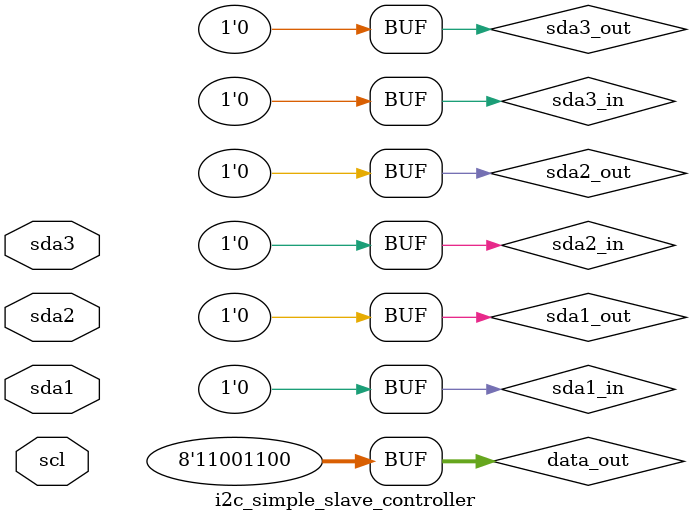
<source format=v>
`timescale 1ns / 1ps


module i2c_simple_slave_controller(     
    //inout sda1,// Data line 1  (upper byte)
    //inout sda2,     // Data line 2  (lower byte)
    
    input sda1,
    input sda2,
    input sda3,     // Addr line
    
    input scl
    //inout scl
);

    // Slave address
    localparam ADDRESS = 5'b11111;
	
	// States
	localparam READ_INPUTS = 0;
	localparam SEND_ACK = 1;
	localparam READ_DATA = 2;
	localparam WRITE_DATA = 3;
	localparam SEND_ACK2 = 4;
	
	// Data
	reg [4:0] slave_addr;
	reg [7:0] counter;         // Internal counter
	reg [7:0] state = 0;
	
	// From SDA1 line
	reg [7:0] data1_UB_in = 0;
	reg [2:0] data1_rw_sel_in = 0;
	reg [4:0] data1_slave_addr_in = 0;
	
	// From SDA2 line
	reg [7:0] data2_LB_in = 0;
	reg [6:0] data2_burst_len_in = 0;
	reg data2_burst_sel_in = 0;
	
	// From SDA3 Line
	reg [19:0] data3_initial_addr_in = 0;
	
	reg [7:0] data_out = 8'b11001100;
	
	reg sda1_out = 0;
	reg sda2_out = 0;
	reg sda3_out = 0;
	
	reg sda1_in = 0;
	reg sda2_in = 0;
	reg sda3_in = 0;
	
	reg start = 0;
	reg write_enable = 0;
	
	assign sda1 = (write_enable == 1) ? sda1_out : 'bz;
	assign sda2 = (write_enable == 1) ? sda2_out : 'bz;
	assign sda3 = (write_enable == 1) ? sda3_out : 'bz;
    
    
    // In I2C, data doesnt change during the rising and falling edge of the sclk. 
    // If SDA transitions when the sclk is high, it indicates a start/stop signal
    
    // When SDA line is pulled down when the clock is high, it signals the start of the I2C comms
    always @(negedge sda3) begin
		if ((start == 0) && (scl == 1)) begin
			start <= 1;	
			counter <= 19;
		end
	end
	
	// When SDA is pulled high when the clk is high, it signals the end of I2C comms
	always @(posedge sda3) begin
		if ((start == 1) && (scl == 1)) begin
			state <= READ_INPUTS;
			start <= 0;
			write_enable <= 0;
		end
	end
	
	// Additional counters
	reg [7:0] counter_data_bytes = 7;
	reg [7:0] counter_rw_sel = 2;
	reg [7:0] counter_slave_addr = 4;
	reg [7:0] counter_burst_len = 6;
	
	
	always @(posedge scl) begin
		if (start == 1) begin
			case(state)
				READ_INPUTS: begin
				    // Inputs are LSB to MSB
				    
                    // First 8 bits are the upper and lower byte for SDA1 and SDA2
				    if (counter >= 12) begin
				        data1_UB_in[counter_data_bytes] <= sda1;
				        data2_LB_in[counter_data_bytes] <= sda2;
				        counter_data_bytes <= counter_data_bytes - 1;
				    end
				    
				    // Burst sel on counter == 11
				    if (counter == 11) data2_burst_sel_in <= sda2;
				    
				    // 3 bits of rw sel
				    if (counter >=9 && counter < 12) begin
				        data1_rw_sel_in[counter_rw_sel] <= sda1;
				        counter_rw_sel <= counter_rw_sel - 1;
				    end
				    
				    // 5 bits of slave addr
				    if (counter >=4 && counter <9) begin
				        data1_slave_addr_in[counter_slave_addr] <= sda1;
				        counter_slave_addr <= counter_slave_addr - 1;
                    end
                    
				    // 7 bit of burst length
				    if (counter >=4 && counter < 11) begin
				        data2_burst_len_in[counter_burst_len] <= sda2;
				        counter_burst_len <= counter_burst_len - 1;
				    end
				    
				    // Full 20 bits of addr is on SDA3
					data3_initial_addr_in[counter] <= sda3;
					
					if(counter == 0) state <= SEND_ACK;
					else counter <= counter - 1;					
				end
				
				SEND_ACK: begin
					if(data1_slave_addr_in == ADDRESS) begin
						counter <= 7;
						// Write -> 1, Read -> 0
						if(data1_rw_sel_in[0] == 0) begin 
							state <= READ_DATA;
						end
						else state <= WRITE_DATA;
					end
				end
				
				/*
				READ_DATA: begin
					data_in[counter] <= sda;
					if(counter == 0) begin
						state <= SEND_ACK2;
					end else counter <= counter - 1;
				end
				
				SEND_ACK2: begin
					state <= READ_INPUTS;					
				end
				
				WRITE_DATA: begin
					if(counter == 0) state <= READ_INPUTS;
					else counter <= counter - 1;		
				end
				*/
				
			endcase
		end
	end

endmodule

</source>
